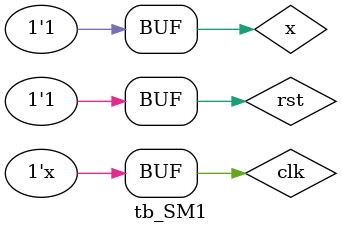
<source format=v>
module tb_SM1();

reg clk, rst, x;
wire [1:0]state;
wire  y;

SM1 u1(clk, rst, x, y, state);

initial begin
    clk <= 0;
    rst <= 1; 
    x <= 0;
    #10 rst <= 0;
    #10 rst <= 1;  // Set State 2'b00
    
//    #30 x <= 1'b1; // state 2'b00 input 1 -> state 2'b01   4.1.1
//    #30 x <= 1'b0; // state 2'01 input 0 -> state 2'b00    4.1.2
     
     
    #10 x <= 1'b1; // state 2'b00 input 1 -> state 2'b01   4.1.1
    #10 x <= 1'b1; // state 2'b01 input 1 -> state 2'b11   4.1.3
//   #10 x <= 2'b0; // state 2'b11 input 0 -> stae 2'b00   4.1.6
   
    #10 x <= 1'b1; // state 2'b11 input 1 -> state 2'b10 
  //  #10 x <= 1'b0; // state 2'b10 input 0 -> state 2'b00   4.1.4
    #10 x <= 1'b1; // state 2'b10 input 1 -> state 2'b10   4.1.5
    
    
   end
    
always begin
   #5 clk <= ~clk;
end
   
   endmodule
</source>
